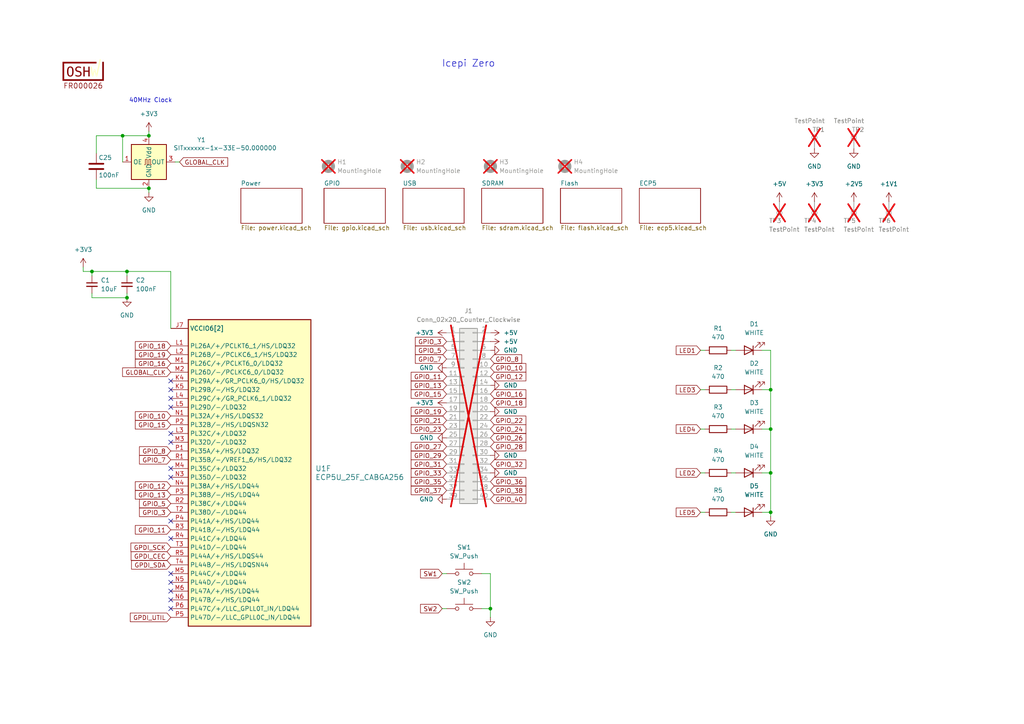
<source format=kicad_sch>
(kicad_sch (version 20250114) (generator "eeschema") (generator_version "9.0")
  (paper "A4")
  (title_block (title "Icepi zero") (date "2025-06-11") (rev "v1.1") (company "Chengyin Yao (cheyao)") (comment 1 "https://github.com/cheyao/icepi-zero") (comment 9 "OSHWA FR000026"))
  (text "Icepi Zero" (at 135.89 18.542 0) (effects (font (size 2 2))))
  (text "40MHz Clock" (at 43.688 29.21 0) (effects (font (size 1.27 1.27))))
  (junction (at 223.52 137.16))
  (junction (at 43.18 54.61))
  (junction (at 26.67 78.74))
  (junction (at 43.18 39.37))
  (junction (at 36.83 78.74))
  (junction (at 223.52 148.59))
  (junction (at 35.56 39.37))
  (junction (at 223.52 124.46))
  (junction (at 142.24 176.53))
  (junction (at 223.52 113.03))
  (junction (at 36.83 86.36))
  (no_connect (at 49.53 128.27))
  (no_connect (at 49.53 171.45))
  (no_connect (at 49.53 168.91))
  (no_connect (at 49.53 166.37))
  (no_connect (at 49.53 138.43))
  (no_connect (at 49.53 156.21))
  (no_connect (at 49.53 173.99))
  (no_connect (at 49.53 113.03))
  (no_connect (at 49.53 115.57))
  (no_connect (at 49.53 110.49))
  (no_connect (at 49.53 176.53))
  (no_connect (at 49.53 151.13))
  (no_connect (at 49.53 118.11))
  (no_connect (at 49.53 125.73))
  (no_connect (at 49.53 135.89))
  (wire (pts (xy 223.52 148.59) (xy 223.52 137.16)))
  (wire (pts (xy 26.67 78.74) (xy 36.83 78.74)))
  (wire (pts (xy 139.7 176.53) (xy 142.24 176.53)))
  (wire (pts (xy 223.52 101.6) (xy 223.52 113.03)))
  (wire (pts (xy 139.7 166.37) (xy 142.24 166.37)))
  (wire (pts (xy 203.2 113.03) (xy 204.47 113.03)))
  (wire (pts (xy 35.56 46.99) (xy 35.56 39.37)))
  (wire (pts (xy 36.83 78.74) (xy 49.53 78.74)))
  (wire (pts (xy 36.83 86.36) (xy 36.83 85.09)))
  (wire (pts (xy 26.67 78.74) (xy 26.67 80.01)))
  (wire (pts (xy 223.52 149.86) (xy 223.52 148.59)))
  (wire (pts (xy 24.13 78.74) (xy 26.67 78.74)))
  (wire (pts (xy 203.2 101.6) (xy 204.47 101.6)))
  (wire (pts (xy 203.2 148.59) (xy 204.47 148.59)))
  (wire (pts (xy 35.56 39.37) (xy 43.18 39.37)))
  (wire (pts (xy 27.94 39.37) (xy 35.56 39.37)))
  (wire (pts (xy 203.2 137.16) (xy 204.47 137.16)))
  (wire (pts (xy 223.52 137.16) (xy 220.98 137.16)))
  (wire (pts (xy 142.24 166.37) (xy 142.24 176.53)))
  (wire (pts (xy 50.8 46.99) (xy 52.07 46.99)))
  (wire (pts (xy 212.09 124.46) (xy 213.36 124.46)))
  (wire (pts (xy 223.52 137.16) (xy 223.52 124.46)))
  (wire (pts (xy 43.18 38.1) (xy 43.18 39.37)))
  (wire (pts (xy 128.27 176.53) (xy 129.54 176.53)))
  (wire (pts (xy 223.52 101.6) (xy 220.98 101.6)))
  (wire (pts (xy 36.83 78.74) (xy 36.83 80.01)))
  (wire (pts (xy 26.67 85.09) (xy 26.67 86.36)))
  (wire (pts (xy 223.52 124.46) (xy 220.98 124.46)))
  (wire (pts (xy 212.09 101.6) (xy 213.36 101.6)))
  (wire (pts (xy 24.13 77.47) (xy 24.13 78.74)))
  (wire (pts (xy 212.09 113.03) (xy 213.36 113.03)))
  (wire (pts (xy 43.18 54.61) (xy 43.18 55.88)))
  (wire (pts (xy 27.94 52.07) (xy 27.94 54.61)))
  (wire (pts (xy 26.67 86.36) (xy 36.83 86.36)))
  (wire (pts (xy 223.52 113.03) (xy 220.98 113.03)))
  (wire (pts (xy 223.52 148.59) (xy 220.98 148.59)))
  (wire (pts (xy 27.94 54.61) (xy 43.18 54.61)))
  (wire (pts (xy 142.24 176.53) (xy 142.24 179.07)))
  (wire (pts (xy 128.27 166.37) (xy 129.54 166.37)))
  (wire (pts (xy 27.94 44.45) (xy 27.94 39.37)))
  (wire (pts (xy 212.09 137.16) (xy 213.36 137.16)))
  (wire (pts (xy 49.53 78.74) (xy 49.53 95.25)))
  (wire (pts (xy 223.52 124.46) (xy 223.52 113.03)))
  (wire (pts (xy 212.09 148.59) (xy 213.36 148.59)))
  (wire (pts (xy 203.2 124.46) (xy 204.47 124.46)))
  (global_label "GPIO_5" (shape input) (at 49.53 146.05 180) (property "Intersheetrefs" "${INTERSHEET_REFS}" (effects (hide yes))))
  (global_label "GPDI_SDA" (shape input) (at 49.53 163.83 180) (property "Intersheetrefs" "${INTERSHEET_REFS}" (effects (hide yes))))
  (global_label "GLOBAL_CLK" (shape input) (at 52.07 46.99 0) (property "Intersheetrefs" "${INTERSHEET_REFS}" (effects (hide yes))))
  (global_label "LED3" (shape input) (at 203.2 113.03 180) (property "Intersheetrefs" "${INTERSHEET_REFS}" (effects (hide yes))))
  (global_label "GPIO_35" (shape input) (at 129.54 139.7 180) (property "Intersheetrefs" "${INTERSHEET_REFS}" (effects (hide yes))))
  (global_label "GPIO_12" (shape input) (at 49.53 140.97 180) (property "Intersheetrefs" "${INTERSHEET_REFS}" (effects (hide yes))))
  (global_label "GPIO_8" (shape input) (at 142.24 104.14 0) (property "Intersheetrefs" "${INTERSHEET_REFS}" (effects (hide yes))))
  (global_label "GPDI_CEC" (shape input) (at 49.53 161.29 180) (property "Intersheetrefs" "${INTERSHEET_REFS}" (effects (hide yes))))
  (global_label "GPIO_18" (shape input) (at 142.24 116.84 0) (property "Intersheetrefs" "${INTERSHEET_REFS}" (effects (hide yes))))
  (global_label "GPIO_36" (shape input) (at 142.24 139.7 0) (property "Intersheetrefs" "${INTERSHEET_REFS}" (effects (hide yes))))
  (global_label "GPIO_13" (shape input) (at 129.54 111.76 180) (property "Intersheetrefs" "${INTERSHEET_REFS}" (effects (hide yes))))
  (global_label "GPIO_15" (shape input) (at 129.54 114.3 180) (property "Intersheetrefs" "${INTERSHEET_REFS}" (effects (hide yes))))
  (global_label "GLOBAL_CLK" (shape input) (at 49.53 107.95 180) (property "Intersheetrefs" "${INTERSHEET_REFS}" (effects (hide yes))))
  (global_label "GPIO_21" (shape input) (at 129.54 121.92 180) (property "Intersheetrefs" "${INTERSHEET_REFS}" (effects (hide yes))))
  (global_label "GPIO_28" (shape input) (at 142.24 129.54 0) (property "Intersheetrefs" "${INTERSHEET_REFS}" (effects (hide yes))))
  (global_label "LED2" (shape input) (at 203.2 137.16 180) (property "Intersheetrefs" "${INTERSHEET_REFS}" (effects (hide yes))))
  (global_label "GPIO_16" (shape input) (at 49.53 105.41 180) (property "Intersheetrefs" "${INTERSHEET_REFS}" (effects (hide yes))))
  (global_label "GPIO_19" (shape input) (at 129.54 119.38 180) (property "Intersheetrefs" "${INTERSHEET_REFS}" (effects (hide yes))))
  (global_label "GPIO_7" (shape input) (at 49.53 133.35 180) (property "Intersheetrefs" "${INTERSHEET_REFS}" (effects (hide yes))))
  (global_label "GPIO_26" (shape input) (at 142.24 127 0) (property "Intersheetrefs" "${INTERSHEET_REFS}" (effects (hide yes))))
  (global_label "GPIO_29" (shape input) (at 129.54 132.08 180) (property "Intersheetrefs" "${INTERSHEET_REFS}" (effects (hide yes))))
  (global_label "GPIO_15" (shape input) (at 49.53 123.19 180) (property "Intersheetrefs" "${INTERSHEET_REFS}" (effects (hide yes))))
  (global_label "LED5" (shape input) (at 203.2 148.59 180) (property "Intersheetrefs" "${INTERSHEET_REFS}" (effects (hide yes))))
  (global_label "GPIO_31" (shape input) (at 129.54 134.62 180) (property "Intersheetrefs" "${INTERSHEET_REFS}" (effects (hide yes))))
  (global_label "GPIO_5" (shape input) (at 129.54 101.6 180) (property "Intersheetrefs" "${INTERSHEET_REFS}" (effects (hide yes))))
  (global_label "GPIO_38" (shape input) (at 142.24 142.24 0) (property "Intersheetrefs" "${INTERSHEET_REFS}" (effects (hide yes))))
  (global_label "GPIO_19" (shape input) (at 49.53 102.87 180) (property "Intersheetrefs" "${INTERSHEET_REFS}" (effects (hide yes))))
  (global_label "GPIO_37" (shape input) (at 129.54 142.24 180) (property "Intersheetrefs" "${INTERSHEET_REFS}" (effects (hide yes))))
  (global_label "GPDI_UTIL" (shape input) (at 49.53 179.07 180) (property "Intersheetrefs" "${INTERSHEET_REFS}" (effects (hide yes))))
  (global_label "GPIO_3" (shape input) (at 49.53 148.59 180) (property "Intersheetrefs" "${INTERSHEET_REFS}" (effects (hide yes))))
  (global_label "GPIO_3" (shape input) (at 129.54 99.06 180) (property "Intersheetrefs" "${INTERSHEET_REFS}" (effects (hide yes))))
  (global_label "GPIO_10" (shape input) (at 142.24 106.68 0) (property "Intersheetrefs" "${INTERSHEET_REFS}" (effects (hide yes))))
  (global_label "GPIO_40" (shape input) (at 142.24 144.78 0) (property "Intersheetrefs" "${INTERSHEET_REFS}" (effects (hide yes))))
  (global_label "GPDI_SCK" (shape input) (at 49.53 158.75 180) (property "Intersheetrefs" "${INTERSHEET_REFS}" (effects (hide yes))))
  (global_label "GPIO_24" (shape input) (at 142.24 124.46 0) (property "Intersheetrefs" "${INTERSHEET_REFS}" (effects (hide yes))))
  (global_label "GPIO_27" (shape input) (at 129.54 129.54 180) (property "Intersheetrefs" "${INTERSHEET_REFS}" (effects (hide yes))))
  (global_label "GPIO_13" (shape input) (at 49.53 143.51 180) (property "Intersheetrefs" "${INTERSHEET_REFS}" (effects (hide yes))))
  (global_label "GPIO_33" (shape input) (at 129.54 137.16 180) (property "Intersheetrefs" "${INTERSHEET_REFS}" (effects (hide yes))))
  (global_label "GPIO_8" (shape input) (at 49.53 130.81 180) (property "Intersheetrefs" "${INTERSHEET_REFS}" (effects (hide yes))))
  (global_label "GPIO_11" (shape input) (at 129.54 109.22 180) (property "Intersheetrefs" "${INTERSHEET_REFS}" (effects (hide yes))))
  (global_label "LED4" (shape input) (at 203.2 124.46 180) (property "Intersheetrefs" "${INTERSHEET_REFS}" (effects (hide yes))))
  (global_label "GPIO_11" (shape input) (at 49.53 153.67 180) (property "Intersheetrefs" "${INTERSHEET_REFS}" (effects (hide yes))))
  (global_label "GPIO_12" (shape input) (at 142.24 109.22 0) (property "Intersheetrefs" "${INTERSHEET_REFS}" (effects (hide yes))))
  (global_label "GPIO_22" (shape input) (at 142.24 121.92 0) (property "Intersheetrefs" "${INTERSHEET_REFS}" (effects (hide yes))))
  (global_label "SW1" (shape input) (at 128.27 166.37 180) (property "Intersheetrefs" "${INTERSHEET_REFS}" (effects (hide yes))))
  (global_label "LED1" (shape input) (at 203.2 101.6 180) (property "Intersheetrefs" "${INTERSHEET_REFS}" (effects (hide yes))))
  (global_label "GPIO_10" (shape input) (at 49.53 120.65 180) (property "Intersheetrefs" "${INTERSHEET_REFS}" (effects (hide yes))))
  (global_label "GPIO_18" (shape input) (at 49.53 100.33 180) (property "Intersheetrefs" "${INTERSHEET_REFS}" (effects (hide yes))))
  (global_label "GPIO_16" (shape input) (at 142.24 114.3 0) (property "Intersheetrefs" "${INTERSHEET_REFS}" (effects (hide yes))))
  (global_label "SW2" (shape input) (at 128.27 176.53 180) (property "Intersheetrefs" "${INTERSHEET_REFS}" (effects (hide yes))))
  (global_label "GPIO_32" (shape input) (at 142.24 134.62 0) (property "Intersheetrefs" "${INTERSHEET_REFS}" (effects (hide yes))))
  (global_label "GPIO_7" (shape input) (at 129.54 104.14 180) (property "Intersheetrefs" "${INTERSHEET_REFS}" (effects (hide yes))))
  (global_label "GPIO_23" (shape input) (at 129.54 124.46 180) (property "Intersheetrefs" "${INTERSHEET_REFS}" (effects (hide yes))))
  (symbol (lib_id "Device:LED") (at 217.17 101.6 180) (unit 1)
    (property "Reference" "D1" (at 218.7575 93.98 0))
    (property "Value" "WHITE" (at 218.7575 96.52 0))
    (property "Footprint" "LED_SMD:LED_0603_1608Metric" (effects (hide yes)))
    (property "Description" "Light emitting diode" (effects (hide yes)))
    (property "Sim.Pins" "1=K 2=A" (effects (hide yes)))
    (property "LCSC Part #" "C2290" (effects (hide yes)))
  )
  (symbol (lib_id "Device:R") (at 208.28 113.03 90) (unit 1)
    (property "Reference" "R2" (at 208.28 106.68 90))
    (property "Value" "470" (at 208.28 109.22 90))
    (property "Footprint" "Resistor_SMD:R_0402_1005Metric" (effects (hide yes)))
    (property "Description" "Resistor" (effects (hide yes)))
    (property "LCSC Part #" "C25117" (effects (hide yes)))
  )
  (symbol (lib_id "power:GND") (at 129.54 106.68 270) (unit 1)
    (property "Reference" "#PWR013" (effects (hide yes)))
    (property "Value" "GND" (at 125.73 106.6799 90) (effects (justify right)))
    (property "Description" "Power symbol creates a global label with name \"GND\" , ground" (effects (hide yes)))
  )
  (symbol (lib_id "Device:R") (at 208.28 148.59 90) (unit 1)
    (property "Reference" "R5" (at 208.28 142.24 90))
    (property "Value" "470" (at 208.28 144.78 90))
    (property "Footprint" "Resistor_SMD:R_0402_1005Metric" (effects (hide yes)))
    (property "Description" "Resistor" (effects (hide yes)))
    (property "LCSC Part #" "C25117" (effects (hide yes)))
  )
  (symbol (lib_id "power:GND") (at 129.54 144.78 270) (unit 1)
    (property "Reference" "#PWR020" (effects (hide yes)))
    (property "Value" "GND" (at 125.73 144.7799 90) (effects (justify right)))
    (property "Description" "Power symbol creates a global label with name \"GND\" , ground" (effects (hide yes)))
  )
  (symbol (lib_id "Device:R") (at 208.28 101.6 90) (unit 1)
    (property "Reference" "R1" (at 208.28 95.25 90))
    (property "Value" "470" (at 208.28 97.79 90))
    (property "Footprint" "Resistor_SMD:R_0402_1005Metric" (effects (hide yes)))
    (property "Description" "Resistor" (effects (hide yes)))
    (property "LCSC Part #" "C25117" (effects (hide yes)))
  )
  (symbol (lib_id "power:GND") (at 223.52 149.86 0) (unit 1)
    (property "Reference" "#PWR021" (effects (hide yes)))
    (property "Value" "GND" (at 223.52 154.94 0))
    (property "Description" "Power symbol creates a global label with name \"GND\" , ground" (effects (hide yes)))
  )
  (symbol (lib_id "Device:LED") (at 217.17 113.03 180) (unit 1)
    (property "Reference" "D2" (at 218.7575 105.41 0))
    (property "Value" "WHITE" (at 218.7575 107.95 0))
    (property "Footprint" "LED_SMD:LED_0603_1608Metric" (effects (hide yes)))
    (property "Description" "Light emitting diode" (effects (hide yes)))
    (property "Sim.Pins" "1=K 2=A" (effects (hide yes)))
    (property "LCSC Part #" "C2290" (effects (hide yes)))
  )
  (symbol (lib_id "Mechanical:MountingHole") (at 118.11 48.26 0) (unit 1) (in_bom no) (dnp yes)
    (property "Reference" "H2" (at 120.65 46.9899 0) (effects (justify left)))
    (property "Value" "MountingHole" (at 120.65 49.5299 0) (effects (justify left)))
    (property "Footprint" "MountingHole:MountingHole_2.7mm_M2.5" (effects (hide yes)))
    (property "Description" "Mounting Hole without connection" (effects (hide yes)))
  )
  (symbol (lib_id "power:GND") (at 142.24 119.38 90) (unit 1)
    (property "Reference" "#PWR016" (effects (hide yes)))
    (property "Value" "GND" (at 146.05 119.3799 90) (effects (justify right)))
    (property "Description" "Power symbol creates a global label with name \"GND\" , ground" (effects (hide yes)))
  )
  (symbol (lib_id "power:GND") (at 129.54 127 270) (unit 1)
    (property "Reference" "#PWR017" (effects (hide yes)))
    (property "Value" "GND" (at 125.73 126.9999 90) (effects (justify right)))
    (property "Description" "Power symbol creates a global label with name \"GND\" , ground" (effects (hide yes)))
  )
  (symbol (lib_id "Oscillator:SiT8008xx-1x-xxE") (at 43.18 46.99 0) (unit 1)
    (property "Reference" "Y1" (at 58.42 40.5698 0))
    (property "Value" "SITxxxxxx-1x-33E-50.000000" (at 65.278 42.926 0))
    (property "Footprint" "Oscillator:Oscillator_SMD_SiT_PQFN-4Pin_2.5x2.0mm" (effects (hide yes)))
    (property "Datasheet" "https://www.sitime.com/support/resource-library/datasheets/sit8008-datasheet" (effects (hide yes)))
    (property "Description" "SiTime Low Power Mems programmable oscillator, 1MHz to 110MHz, PQFN-4, 2.5x2.0mm (with output enable pin)" (effects (hide yes)))
    (property "LCSC Part #" "C1182928" (effects (hide yes)))
  )
  (symbol (lib_id "Connector_Generic:Conn_02x20_Odd_Even") (at 134.62 119.38 0) (unit 1) (in_bom no) (dnp yes)
    (property "Reference" "J1" (at 135.89 90.17 0))
    (property "Value" "Conn_02x20_Counter_Clockwise" (at 135.89 92.71 0))
    (property "Footprint" "Connector_PinHeader_2.54mm:PinHeader_2x20_P2.54mm_Vertical" (effects (hide yes)))
    (property "Description" "Generic connector, double row, 02x20, odd/even pin numbering scheme (row 1 odd numbers, row 2 even numbers), script generated (kicad-library-utils/schlib/autogen/connector/)" (effects (hide yes)))
  )
  (symbol (lib_id "Mechanical:MountingHole") (at 163.83 48.26 0) (unit 1) (in_bom no) (dnp yes)
    (property "Reference" "H4" (at 166.37 46.9899 0) (effects (justify left)))
    (property "Value" "MountingHole" (at 166.37 49.5299 0) (effects (justify left)))
    (property "Footprint" "MountingHole:MountingHole_2.7mm_M2.5" (effects (hide yes)))
    (property "Description" "Mounting Hole without connection" (effects (hide yes)))
  )
  (symbol (lib_id "power:+5V") (at 142.24 99.06 270) (unit 1)
    (property "Reference" "#PWR011" (effects (hide yes)))
    (property "Value" "+5V" (at 146.05 99.0599 90) (effects (justify left)))
    (property "Description" "Power symbol creates a global label with name \"+5V\"" (effects (hide yes)))
  )
  (symbol (lib_id "power:+2V5") (at 247.65 58.42 0) (unit 1)
    (property "Reference" "#PWR05" (effects (hide yes)))
    (property "Value" "+2V5" (at 247.65 53.34 0))
    (property "Description" "Power symbol creates a global label with name \"+2V5\"" (effects (hide yes)))
  )
  (symbol (lib_id "Device:R") (at 208.28 137.16 90) (unit 1)
    (property "Reference" "R4" (at 208.28 130.81 90))
    (property "Value" "470" (at 208.28 133.35 90))
    (property "Footprint" "Resistor_SMD:R_0402_1005Metric" (effects (hide yes)))
    (property "Description" "Resistor" (effects (hide yes)))
    (property "LCSC Part #" "C25117" (effects (hide yes)))
  )
  (symbol (lib_id "Connector:TestPoint") (at 226.06 58.42 180) (unit 1) (dnp yes)
    (property "Reference" "TP3" (at 223.012 64.008 0) (effects (justify right)))
    (property "Value" "TestPoint" (at 223.012 66.548 0) (effects (justify right)))
    (property "Footprint" "TestPoint:TestPoint_Pad_D2.0mm" (effects (hide yes)))
    (property "Description" "test point" (effects (hide yes)))
  )
  (symbol (lib_id "Device:R") (at 208.28 124.46 90) (unit 1)
    (property "Reference" "R3" (at 208.28 118.11 90))
    (property "Value" "470" (at 208.28 120.65 90))
    (property "Footprint" "Resistor_SMD:R_0402_1005Metric" (effects (hide yes)))
    (property "Description" "Resistor" (effects (hide yes)))
    (property "LCSC Part #" "C25117" (effects (hide yes)))
  )
  (symbol (lib_id "power:+3V3") (at 129.54 96.52 90) (unit 1)
    (property "Reference" "#PWR09" (effects (hide yes)))
    (property "Value" "+3V3" (at 125.73 96.5199 90) (effects (justify left)))
    (property "Description" "Power symbol creates a global label with name \"+3V3\"" (effects (hide yes)))
  )
  (symbol (lib_id "Device:C_Small") (at 26.67 82.55 0) (unit 1)
    (property "Reference" "C1" (at 29.21 81.2862 0) (effects (justify left)))
    (property "Value" "10uF" (at 29.21 83.8262 0) (effects (justify left)))
    (property "Footprint" "Capacitor_SMD:C_0603_1608Metric" (effects (hide yes)))
    (property "Description" "Unpolarized capacitor, small symbol" (effects (hide yes)))
    (property "LCSC Part #" "C19702" (effects (hide yes)))
  )
  (symbol (lib_id "power:GND") (at 142.24 137.16 90) (unit 1)
    (property "Reference" "#PWR019" (effects (hide yes)))
    (property "Value" "GND" (at 146.05 137.1599 90) (effects (justify right)))
    (property "Description" "Power symbol creates a global label with name \"GND\" , ground" (effects (hide yes)))
  )
  (symbol (lib_id "Mechanical:MountingHole") (at 142.24 48.26 0) (unit 1) (in_bom no) (dnp yes)
    (property "Reference" "H3" (at 144.78 46.9899 0) (effects (justify left)))
    (property "Value" "MountingHole" (at 144.78 49.5299 0) (effects (justify left)))
    (property "Footprint" "MountingHole:MountingHole_2.7mm_M2.5" (effects (hide yes)))
    (property "Description" "Mounting Hole without connection" (effects (hide yes)))
  )
  (symbol (lib_id "oshw:OSHW_Certification_Mark_Stacked_Medium") (at 24.13 20.32 0) (unit 1) (in_bom no)
    (property "Reference" "LOGO1" (effects (hide yes)))
    (property "Footprint" "oshw:OSHW-Certification-Mark-Logo_6x3mm_SilkScreen" (effects (hide yes)))
    (property "Description" "OSHW Certification Mark, Stacked" (effects (hide yes)))
  )
  (symbol (lib_id "Mechanical:MountingHole") (at 95.25 48.26 0) (unit 1) (in_bom no) (dnp yes)
    (property "Reference" "H1" (at 97.79 46.9899 0) (effects (justify left)))
    (property "Value" "MountingHole" (at 97.79 49.5299 0) (effects (justify left)))
    (property "Footprint" "MountingHole:MountingHole_2.7mm_M2.5" (effects (hide yes)))
    (property "Description" "Mounting Hole without connection" (effects (hide yes)))
  )
  (symbol (lib_id "Device:LED") (at 217.17 124.46 180) (unit 1)
    (property "Reference" "D3" (at 218.7575 116.84 0))
    (property "Value" "WHITE" (at 218.7575 119.38 0))
    (property "Footprint" "LED_SMD:LED_0603_1608Metric" (effects (hide yes)))
    (property "Description" "Light emitting diode" (effects (hide yes)))
    (property "Sim.Pins" "1=K 2=A" (effects (hide yes)))
    (property "LCSC Part #" "C2290" (effects (hide yes)))
  )
  (symbol (lib_id "power:GND") (at 43.18 55.88 0) (unit 1)
    (property "Reference" "#PWR044" (effects (hide yes)))
    (property "Value" "GND" (at 43.18 60.96 0))
    (property "Description" "Power symbol creates a global label with name \"GND\" , ground" (effects (hide yes)))
  )
  (symbol (lib_id "Connector:TestPoint") (at 257.81 58.42 180) (unit 1) (dnp yes)
    (property "Reference" "TP6" (at 254.762 64.008 0) (effects (justify right)))
    (property "Value" "TestPoint" (at 254.762 66.548 0) (effects (justify right)))
    (property "Footprint" "TestPoint:TestPoint_Pad_D2.0mm" (effects (hide yes)))
    (property "Description" "test point" (effects (hide yes)))
  )
  (symbol (lib_id "power:+1V1") (at 257.81 58.42 0) (unit 1)
    (property "Reference" "#PWR06" (effects (hide yes)))
    (property "Value" "+1V1" (at 257.81 53.34 0))
    (property "Description" "Power symbol creates a global label with name \"+1V1\"" (effects (hide yes)))
  )
  (symbol (lib_id "Connector:TestPoint") (at 247.65 43.18 0) (unit 1) (dnp yes)
    (property "Reference" "TP2" (at 250.698 37.592 0) (effects (justify right)))
    (property "Value" "TestPoint" (at 250.698 35.052 0) (effects (justify right)))
    (property "Footprint" "TestPoint:TestPoint_Pad_D2.0mm" (effects (hide yes)))
    (property "Description" "test point" (effects (hide yes)))
  )
  (symbol (lib_id "Switch:SW_Push") (at 134.62 176.53 0) (unit 1)
    (property "Reference" "SW2" (at 134.62 168.91 0))
    (property "Value" "SW_Push" (at 134.62 171.45 0))
    (property "Footprint" "icepi-lib:switch_button_TS-1088-AR02016" (effects (hide yes)))
    (property "Description" "Push button switch, generic, two pins" (effects (hide yes)))
    (property "LCSC Part #" "C720477" (effects (hide yes)))
  )
  (symbol (lib_id "power:GND") (at 142.24 179.07 0) (unit 1)
    (property "Reference" "#PWR022" (effects (hide yes)))
    (property "Value" "GND" (at 142.24 184.15 0))
    (property "Description" "Power symbol creates a global label with name \"GND\" , ground" (effects (hide yes)))
  )
  (symbol (lib_id "josh:ECP5U_12_CABGA256") (at 71.12 133.35 0) (unit 6)
    (property "Reference" "U1" (at 91.44 135.8899 0) (effects (font (size 1.524 1.524)) (justify left)))
    (property "Value" "ECP5U_25F_CABGA256" (at 91.44 138.4299 0) (effects (font (size 1.524 1.524)) (justify left)))
    (property "Footprint" "Package_BGA:BGA-256_14.0x14.0mm_Layout16x16_P0.8mm_Ball0.45mm_Pad0.32mm_NSMD" (effects (hide yes)))
    (property "Datasheet" "https://www.lcsc.com/datasheet/lcsc_datasheet_2411220131_Lattice-LFE5U-25F-6BG256C_C1521614.pdf" (effects (hide yes)))
    (property "LCSC Part #" "C1521614" (effects (hide yes)))
  )
  (symbol (lib_id "power:+3V3") (at 43.18 38.1 0) (unit 1)
    (property "Reference" "#PWR043" (effects (hide yes)))
    (property "Value" "+3V3" (at 43.18 33.02 0))
    (property "Description" "Power symbol creates a global label with name \"+3V3\"" (effects (hide yes)))
  )
  (symbol (lib_id "Connector:TestPoint") (at 236.22 43.18 0) (unit 1) (dnp yes)
    (property "Reference" "TP1" (at 239.268 37.592 0) (effects (justify right)))
    (property "Value" "TestPoint" (at 239.268 35.052 0) (effects (justify right)))
    (property "Footprint" "TestPoint:TestPoint_Pad_D2.0mm" (effects (hide yes)))
    (property "Description" "test point" (effects (hide yes)))
  )
  (symbol (lib_id "Connector:TestPoint") (at 247.65 58.42 180) (unit 1) (dnp yes)
    (property "Reference" "TP5" (at 244.602 64.008 0) (effects (justify right)))
    (property "Value" "TestPoint" (at 244.602 66.548 0) (effects (justify right)))
    (property "Footprint" "TestPoint:TestPoint_Pad_D2.0mm" (effects (hide yes)))
    (property "Description" "test point" (effects (hide yes)))
  )
  (symbol (lib_id "power:GND") (at 36.83 86.36 0) (unit 1)
    (property "Reference" "#PWR08" (effects (hide yes)))
    (property "Value" "GND" (at 36.83 91.44 0))
    (property "Description" "Power symbol creates a global label with name \"GND\" , ground" (effects (hide yes)))
  )
  (symbol (lib_id "Device:C_Small") (at 36.83 82.55 0) (unit 1)
    (property "Reference" "C2" (at 39.37 81.2862 0) (effects (justify left)))
    (property "Value" "100nF" (at 39.37 83.8262 0) (effects (justify left)))
    (property "Footprint" "Capacitor_SMD:C_0402_1005Metric" (effects (hide yes)))
    (property "Description" "Unpolarized capacitor, small symbol" (effects (hide yes)))
    (property "LCSC Part #" "C307331 " (effects (hide yes)))
  )
  (symbol (lib_id "power:+3V3") (at 24.13 77.47 0) (unit 1)
    (property "Reference" "#PWR07" (effects (hide yes)))
    (property "Value" "+3V3" (at 24.13 72.39 0))
    (property "Description" "Power symbol creates a global label with name \"+3V3\"" (effects (hide yes)))
  )
  (symbol (lib_id "Device:LED") (at 217.17 137.16 180) (unit 1)
    (property "Reference" "D4" (at 218.7575 129.54 0))
    (property "Value" "WHITE" (at 218.7575 132.08 0))
    (property "Footprint" "LED_SMD:LED_0603_1608Metric" (effects (hide yes)))
    (property "Description" "Light emitting diode" (effects (hide yes)))
    (property "Sim.Pins" "1=K 2=A" (effects (hide yes)))
    (property "LCSC Part #" "C2290" (effects (hide yes)))
  )
  (symbol (lib_id "Device:LED") (at 217.17 148.59 180) (unit 1)
    (property "Reference" "D5" (at 218.7575 140.97 0))
    (property "Value" "WHITE" (at 218.7575 143.51 0))
    (property "Footprint" "LED_SMD:LED_0603_1608Metric" (effects (hide yes)))
    (property "Description" "Light emitting diode" (effects (hide yes)))
    (property "Sim.Pins" "1=K 2=A" (effects (hide yes)))
    (property "LCSC Part #" "C2290" (effects (hide yes)))
  )
  (symbol (lib_id "power:+5V") (at 142.24 96.52 270) (unit 1)
    (property "Reference" "#PWR010" (effects (hide yes)))
    (property "Value" "+5V" (at 146.05 96.5199 90) (effects (justify left)))
    (property "Description" "Power symbol creates a global label with name \"+5V\"" (effects (hide yes)))
  )
  (symbol (lib_id "Connector:TestPoint") (at 236.22 58.42 180) (unit 1) (dnp yes)
    (property "Reference" "TP4" (at 233.172 64.008 0) (effects (justify right)))
    (property "Value" "TestPoint" (at 233.172 66.548 0) (effects (justify right)))
    (property "Footprint" "TestPoint:TestPoint_Pad_D2.0mm" (effects (hide yes)))
    (property "Description" "test point" (effects (hide yes)))
  )
  (symbol (lib_id "Device:C") (at 27.94 48.26 0) (unit 1)
    (property "Reference" "C25" (at 28.575 45.72 0) (effects (justify left)))
    (property "Value" "100nF" (at 28.575 50.8 0) (effects (justify left)))
    (property "Footprint" "Capacitor_SMD:C_0402_1005Metric" (effects (hide yes)))
    (property "LCSC Part #" "C307331 " (effects (hide yes)))
  )
  (symbol (lib_id "power:+3V3") (at 236.22 58.42 0) (unit 1)
    (property "Reference" "#PWR04" (effects (hide yes)))
    (property "Value" "+3V3" (at 236.22 53.34 0))
    (property "Description" "Power symbol creates a global label with name \"+3V3\"" (effects (hide yes)))
  )
  (symbol (lib_id "power:GND") (at 236.22 43.18 0) (unit 1)
    (property "Reference" "#PWR01" (effects (hide yes)))
    (property "Value" "GND" (at 236.22 48.26 0))
    (property "Description" "Power symbol creates a global label with name \"GND\" , ground" (effects (hide yes)))
  )
  (symbol (lib_id "power:GND") (at 142.24 101.6 90) (unit 1)
    (property "Reference" "#PWR012" (effects (hide yes)))
    (property "Value" "GND" (at 146.05 101.5999 90) (effects (justify right)))
    (property "Description" "Power symbol creates a global label with name \"GND\" , ground" (effects (hide yes)))
  )
  (symbol (lib_id "power:GND") (at 142.24 132.08 90) (unit 1)
    (property "Reference" "#PWR018" (effects (hide yes)))
    (property "Value" "GND" (at 146.05 132.0799 90) (effects (justify right)))
    (property "Description" "Power symbol creates a global label with name \"GND\" , ground" (effects (hide yes)))
  )
  (symbol (lib_id "Switch:SW_Push") (at 134.62 166.37 0) (unit 1)
    (property "Reference" "SW1" (at 134.62 158.75 0))
    (property "Value" "SW_Push" (at 134.62 161.29 0))
    (property "Footprint" "icepi-lib:switch_button_TS-1088-AR02016" (effects (hide yes)))
    (property "Description" "Push button switch, generic, two pins" (effects (hide yes)))
    (property "LCSC Part #" "C720477" (effects (hide yes)))
  )
  (symbol (lib_id "power:GND") (at 247.65 43.18 0) (unit 1)
    (property "Reference" "#PWR02" (effects (hide yes)))
    (property "Value" "GND" (at 247.65 48.26 0))
    (property "Description" "Power symbol creates a global label with name \"GND\" , ground" (effects (hide yes)))
  )
  (symbol (lib_id "power:+3V3") (at 129.54 116.84 90) (unit 1)
    (property "Reference" "#PWR015" (effects (hide yes)))
    (property "Value" "+3V3" (at 125.73 116.8399 90) (effects (justify left)))
    (property "Description" "Power symbol creates a global label with name \"+3V3\"" (effects (hide yes)))
  )
  (symbol (lib_id "power:+5V") (at 226.06 58.42 0) (unit 1)
    (property "Reference" "#PWR03" (effects (hide yes)))
    (property "Value" "+5V" (at 226.06 53.34 0))
    (property "Description" "Power symbol creates a global label with name \"+5V\"" (effects (hide yes)))
  )
  (symbol (lib_id "power:GND") (at 142.24 111.76 90) (unit 1)
    (property "Reference" "#PWR014" (effects (hide yes)))
    (property "Value" "GND" (at 146.05 111.7599 90) (effects (justify right)))
    (property "Description" "Power symbol creates a global label with name \"GND\" , ground" (effects (hide yes)))
  )
  (sheet (at 185.42 54.61) (size 17.78 10.16) (stroke (width 0.1524))
    (property "Sheetname" "ECP5" (at 185.42 53.8984 0) (effects (justify left bottom)))
    (property "Sheetfile" "ecp5.kicad_sch" (at 185.42 65.3546 0) (effects (justify left top)))
  )
  (sheet (at 139.7 54.61) (size 17.78 10.16) (stroke (width 0.1524))
    (property "Sheetname" "SDRAM" (at 139.7 53.8984 0) (effects (justify left bottom)))
    (property "Sheetfile" "sdram.kicad_sch" (at 139.7 65.3546 0) (effects (justify left top)))
  )
  (sheet (at 69.85 54.61) (size 17.78 10.16) (stroke (width 0.1524))
    (property "Sheetname" "Power" (at 69.85 53.8984 0) (effects (justify left bottom)))
    (property "Sheetfile" "power.kicad_sch" (at 69.85 65.3546 0) (effects (justify left top)))
  )
  (sheet (at 116.84 54.61) (size 17.78 10.16) (stroke (width 0.1524))
    (property "Sheetname" "USB" (at 116.84 53.8984 0) (effects (justify left bottom)))
    (property "Sheetfile" "usb.kicad_sch" (at 116.84 65.3546 0) (effects (justify left top)))
  )
  (sheet (at 162.56 54.61) (size 17.78 10.16) (stroke (width 0.1524))
    (property "Sheetname" "Flash" (at 162.56 53.8984 0) (effects (justify left bottom)))
    (property "Sheetfile" "flash.kicad_sch" (at 162.56 65.3546 0) (effects (justify left top)))
  )
  (sheet (at 93.98 54.61) (size 17.78 10.16) (stroke (width 0.1524))
    (property "Sheetname" "GPIO" (at 93.98 53.8984 0) (effects (justify left bottom)))
    (property "Sheetfile" "gpio.kicad_sch" (at 93.98 65.3546 0) (effects (justify left top)))
  )
)
</source>
